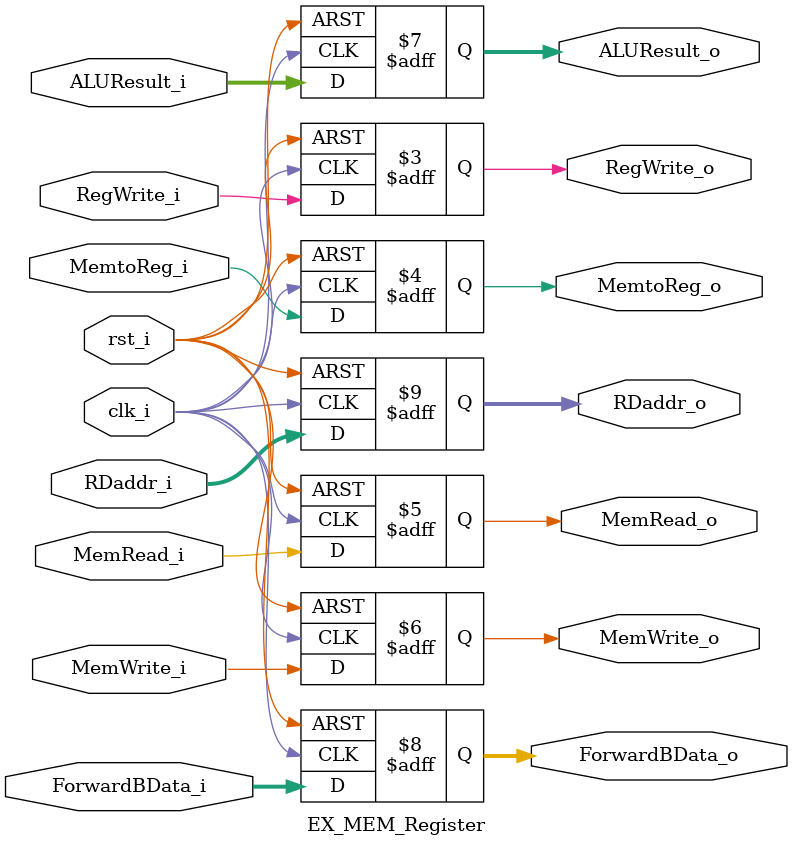
<source format=v>
module EX_MEM_Register
(
    clk_i,
    rst_i,
    RegWrite_i,
    MemtoReg_i,
    MemRead_i,
    MemWrite_i,
    ALUResult_i,
    ForwardBData_i,
    RDaddr_i,
    RegWrite_o,
    MemtoReg_o,
    MemRead_o,
    MemWrite_o,
    ALUResult_o,
    ForwardBData_o,
    RDaddr_o,
);

input clk_i;
input rst_i;
input RegWrite_i;
input MemtoReg_i;
input MemRead_i;
input MemWrite_i;
input [31:0] ALUResult_i;
input [31:0] ForwardBData_i;
input [4:0] RDaddr_i;
output RegWrite_o;
output MemtoReg_o;
output MemRead_o;
output MemWrite_o;
output [31:0] ALUResult_o;
output [31:0] ForwardBData_o;
output [4:0] RDaddr_o;

reg RegWrite_o;
reg MemtoReg_o;
reg MemRead_o;
reg MemWrite_o;
reg [31:0] ALUResult_o;
reg [31:0] ForwardBData_o;
reg [4:0] RDaddr_o;

always @(posedge clk_i or negedge rst_i) begin
    if (~rst_i) begin
        RegWrite_o <= 0;
        MemtoReg_o <= 0;
        MemRead_o <= 0;
        MemWrite_o <= 0;
        ALUResult_o <= 0;
        ForwardBData_o <= 0;
        RDaddr_o <= 0;
    end
    else begin
        RegWrite_o <= RegWrite_i;
        MemtoReg_o <= MemtoReg_i;
        MemRead_o <= MemRead_i;
        MemWrite_o <= MemWrite_i;
        ALUResult_o <= ALUResult_i;
        ForwardBData_o <= ForwardBData_i;
        RDaddr_o <= RDaddr_i;
    end
end

endmodule
</source>
